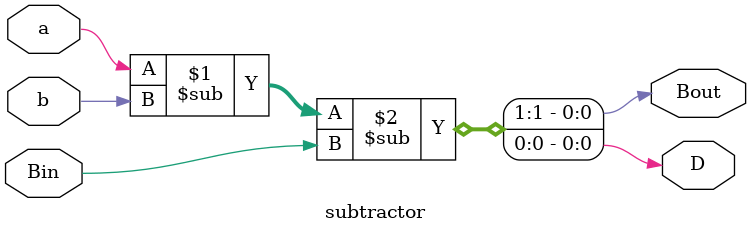
<source format=sv>
`timescale 1ns / 1ps


module subtractor #(parameter WIDTH = 1) 
(
    input [WIDTH-1:0] a, b, Bin,
    output [WIDTH-1:0] D,
    output Bout
);
  assign {Bout, D} = a - b - Bin;
endmodule


// for Full Subtractor
//  assign D = a ^ b ^ Bin;
//  assign Bout = (~a & b) | (~(a ^ b) & Bin);

// for Half Subtractor
//  assign D = a ^ b;
//  assign B = ~a & b;

</source>
